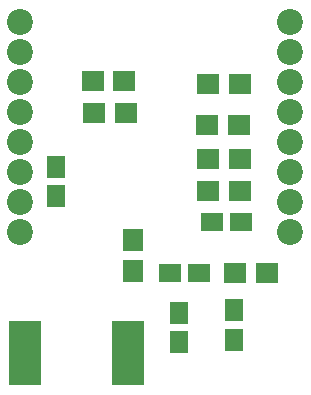
<source format=gbs>
%TF.GenerationSoftware,KiCad,Pcbnew,5.0.0-rc2-dev-unknown-f2bb398~62~ubuntu17.10.1*%
%TF.CreationDate,2018-03-07T22:53:53-08:00*%
%TF.ProjectId,lora_nodemcu,6C6F72615F6E6F64656D63752E6B6963,rev?*%
%TF.SameCoordinates,Original*%
%TF.FileFunction,Soldermask,Bot*%
%TF.FilePolarity,Negative*%
%FSLAX46Y46*%
G04 Gerber Fmt 4.6, Leading zero omitted, Abs format (unit mm)*
G04 Created by KiCad (PCBNEW 5.0.0-rc2-dev-unknown-f2bb398~62~ubuntu17.10.1) date Wed Mar  7 22:53:53 2018*
%MOMM*%
%LPD*%
G01*
G04 APERTURE LIST*
%ADD10C,2.200000*%
%ADD11R,1.900000X1.650000*%
%ADD12R,1.650000X1.900000*%
%ADD13R,1.700000X1.900000*%
%ADD14R,1.900000X1.700000*%
%ADD15R,2.820000X5.480000*%
G04 APERTURE END LIST*
D10*
%TO.C,U3*%
X137236200Y-76962000D03*
X137236200Y-79502000D03*
X137236200Y-82042000D03*
X137236200Y-84582000D03*
X137236200Y-87122000D03*
X137236200Y-89662000D03*
X137236200Y-92202000D03*
X137236200Y-94742000D03*
X160096200Y-94742000D03*
X160096200Y-92202000D03*
X160096200Y-89662000D03*
X160096200Y-87122000D03*
X160096200Y-84582000D03*
X160096200Y-82042000D03*
X160096200Y-79502000D03*
X160096200Y-76962000D03*
%TD*%
D11*
%TO.C,C3*%
X149875000Y-98250000D03*
X152375000Y-98250000D03*
%TD*%
%TO.C,C5*%
X155950000Y-93900000D03*
X153450000Y-93900000D03*
%TD*%
D12*
%TO.C,C4*%
X140250000Y-91750000D03*
X140250000Y-89250000D03*
%TD*%
D13*
%TO.C,L2*%
X146750000Y-95400000D03*
X146750000Y-98100000D03*
%TD*%
D14*
%TO.C,L1*%
X158100000Y-98250000D03*
X155400000Y-98250000D03*
%TD*%
D15*
%TO.C,AE1*%
X137620000Y-105020000D03*
X146380000Y-105020000D03*
%TD*%
D12*
%TO.C,C1*%
X150700000Y-101600000D03*
X150700000Y-104100000D03*
%TD*%
%TO.C,C2*%
X155350000Y-101400000D03*
X155350000Y-103900000D03*
%TD*%
D14*
%TO.C,R1*%
X143450000Y-84700000D03*
X146150000Y-84700000D03*
%TD*%
%TO.C,R2*%
X143350000Y-82000000D03*
X146050000Y-82000000D03*
%TD*%
%TO.C,R3*%
X155850000Y-91300000D03*
X153150000Y-91300000D03*
%TD*%
%TO.C,R4*%
X155750000Y-85700000D03*
X153050000Y-85700000D03*
%TD*%
%TO.C,R5*%
X155850000Y-82200000D03*
X153150000Y-82200000D03*
%TD*%
%TO.C,R6*%
X155850000Y-88600000D03*
X153150000Y-88600000D03*
%TD*%
M02*

</source>
